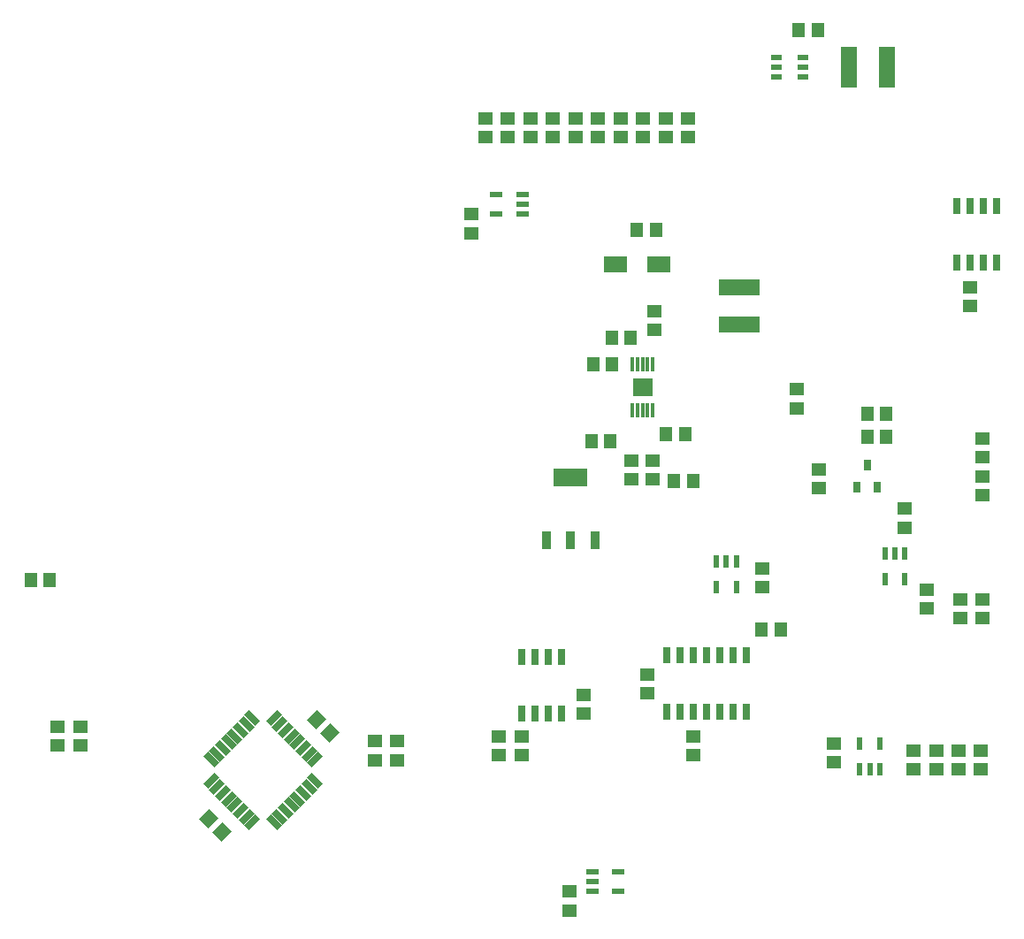
<source format=gtp>
G04*
G04 #@! TF.GenerationSoftware,Altium Limited,Altium Designer,23.1.1 (15)*
G04*
G04 Layer_Color=8421504*
%FSLAX44Y44*%
%MOMM*%
G71*
G04*
G04 #@! TF.SameCoordinates,CD971CD2-FFAA-4849-8B14-452EF0A1BBDF*
G04*
G04*
G04 #@! TF.FilePolarity,Positive*
G04*
G01*
G75*
%ADD17R,1.2000X0.6000*%
%ADD18R,1.4000X1.2000*%
%ADD19R,1.2000X1.4000*%
%ADD20R,0.6500X1.5000*%
G04:AMPARAMS|DCode=21|XSize=1.5mm|YSize=0.6mm|CornerRadius=0mm|HoleSize=0mm|Usage=FLASHONLY|Rotation=135.000|XOffset=0mm|YOffset=0mm|HoleType=Round|Shape=Rectangle|*
%AMROTATEDRECTD21*
4,1,4,0.7425,-0.3182,0.3182,-0.7425,-0.7425,0.3182,-0.3182,0.7425,0.7425,-0.3182,0.0*
%
%ADD21ROTATEDRECTD21*%

G04:AMPARAMS|DCode=22|XSize=1.5mm|YSize=0.6mm|CornerRadius=0mm|HoleSize=0mm|Usage=FLASHONLY|Rotation=45.000|XOffset=0mm|YOffset=0mm|HoleType=Round|Shape=Rectangle|*
%AMROTATEDRECTD22*
4,1,4,-0.3182,-0.7425,-0.7425,-0.3182,0.3182,0.7425,0.7425,0.3182,-0.3182,-0.7425,0.0*
%
%ADD22ROTATEDRECTD22*%

%ADD23R,0.6500X1.5250*%
G04:AMPARAMS|DCode=24|XSize=1.4mm|YSize=1.2mm|CornerRadius=0mm|HoleSize=0mm|Usage=FLASHONLY|Rotation=45.000|XOffset=0mm|YOffset=0mm|HoleType=Round|Shape=Rectangle|*
%AMROTATEDRECTD24*
4,1,4,-0.0707,-0.9192,-0.9192,-0.0707,0.0707,0.9192,0.9192,0.0707,-0.0707,-0.9192,0.0*
%
%ADD24ROTATEDRECTD24*%

%ADD25R,0.6000X1.2000*%
%ADD26R,0.6500X1.1000*%
%ADD27R,2.2000X1.5500*%
%ADD28R,0.3000X1.4250*%
%ADD29R,1.8800X1.6800*%
%ADD30R,4.0000X1.5000*%
%ADD31R,0.9000X1.8000*%
%ADD32R,3.2000X1.8000*%
%ADD33R,1.0500X0.5500*%
%ADD34R,1.5000X4.0000*%
D17*
X569500Y140500D02*
D03*
Y131000D02*
D03*
Y121500D02*
D03*
X594500D02*
D03*
Y140500D02*
D03*
X503000Y770000D02*
D03*
Y779500D02*
D03*
Y789000D02*
D03*
X478000D02*
D03*
Y770000D02*
D03*
D18*
X548000Y103500D02*
D03*
Y121500D02*
D03*
X79500Y279500D02*
D03*
Y261500D02*
D03*
X57500D02*
D03*
Y279500D02*
D03*
X666500Y252000D02*
D03*
Y270000D02*
D03*
X383000Y265500D02*
D03*
Y247500D02*
D03*
X361500Y265500D02*
D03*
Y247500D02*
D03*
X502000Y252000D02*
D03*
Y270000D02*
D03*
X480500Y270000D02*
D03*
Y252000D02*
D03*
X561500Y292000D02*
D03*
Y310000D02*
D03*
X622500Y311500D02*
D03*
Y329500D02*
D03*
X801000Y263500D02*
D03*
Y245500D02*
D03*
X877500Y256500D02*
D03*
Y238500D02*
D03*
X920500Y238500D02*
D03*
Y256500D02*
D03*
X942000Y256500D02*
D03*
Y238500D02*
D03*
X890250Y392460D02*
D03*
Y410460D02*
D03*
X732500Y431000D02*
D03*
Y413000D02*
D03*
X786230Y507660D02*
D03*
Y525660D02*
D03*
X869000Y470000D02*
D03*
Y488000D02*
D03*
X931500Y700500D02*
D03*
Y682500D02*
D03*
X942960Y383460D02*
D03*
Y401460D02*
D03*
X921960Y383460D02*
D03*
Y401460D02*
D03*
X942960Y555460D02*
D03*
Y537460D02*
D03*
X942960Y518960D02*
D03*
Y500960D02*
D03*
X765500Y602500D02*
D03*
Y584500D02*
D03*
X629160Y659520D02*
D03*
Y677520D02*
D03*
X627890Y534010D02*
D03*
Y516010D02*
D03*
X607570Y516010D02*
D03*
Y534010D02*
D03*
X453500Y752000D02*
D03*
Y770000D02*
D03*
X899000Y256500D02*
D03*
Y238500D02*
D03*
X467550Y843670D02*
D03*
Y861670D02*
D03*
X489030Y843670D02*
D03*
Y861670D02*
D03*
X510620Y843670D02*
D03*
Y861670D02*
D03*
X532210Y843670D02*
D03*
Y861670D02*
D03*
X553800Y843670D02*
D03*
Y861670D02*
D03*
X575390Y843670D02*
D03*
Y861670D02*
D03*
X596980Y843670D02*
D03*
Y861670D02*
D03*
X618570Y843670D02*
D03*
Y861670D02*
D03*
X640270Y843670D02*
D03*
Y861670D02*
D03*
X661750Y843670D02*
D03*
Y861670D02*
D03*
D19*
X32000Y420000D02*
D03*
X50000D02*
D03*
X750000Y372500D02*
D03*
X732000D02*
D03*
X833000Y557000D02*
D03*
X851000D02*
D03*
X833000Y579000D02*
D03*
X851000D02*
D03*
X612650Y754880D02*
D03*
X630650D02*
D03*
X587250Y552950D02*
D03*
X569250D02*
D03*
X640480Y559300D02*
D03*
X658480D02*
D03*
X648210Y514850D02*
D03*
X666210D02*
D03*
X588630Y626610D02*
D03*
X570630D02*
D03*
X606520Y652010D02*
D03*
X588520D02*
D03*
X767560Y946670D02*
D03*
X785560D02*
D03*
D20*
X641400Y348000D02*
D03*
X654100D02*
D03*
X666800D02*
D03*
X679500D02*
D03*
X692200D02*
D03*
X704900D02*
D03*
X717600D02*
D03*
Y294000D02*
D03*
X704900D02*
D03*
X692200D02*
D03*
X679500D02*
D03*
X666800D02*
D03*
X654100D02*
D03*
X641400D02*
D03*
D21*
X204649Y247753D02*
D03*
X210306Y253410D02*
D03*
X215963Y259067D02*
D03*
X221619Y264724D02*
D03*
X227276Y270380D02*
D03*
X232933Y276037D02*
D03*
X238590Y281694D02*
D03*
X244247Y287351D02*
D03*
X304351Y227247D02*
D03*
X298694Y221590D02*
D03*
X293037Y215933D02*
D03*
X287381Y210276D02*
D03*
X281724Y204620D02*
D03*
X276067Y198963D02*
D03*
X270410Y193306D02*
D03*
X264753Y187649D02*
D03*
D22*
Y287351D02*
D03*
X270410Y281694D02*
D03*
X276067Y276037D02*
D03*
X281724Y270380D02*
D03*
X287381Y264724D02*
D03*
X293037Y259067D02*
D03*
X298694Y253410D02*
D03*
X304351Y247753D02*
D03*
X244247Y187649D02*
D03*
X238590Y193306D02*
D03*
X232933Y198963D02*
D03*
X227276Y204620D02*
D03*
X221619Y210276D02*
D03*
X215963Y215933D02*
D03*
X210306Y221590D02*
D03*
X204649Y227247D02*
D03*
D23*
X540050Y346120D02*
D03*
X527350D02*
D03*
X514650D02*
D03*
X501950D02*
D03*
Y291880D02*
D03*
X514650D02*
D03*
X527350D02*
D03*
X540050D02*
D03*
X918950Y777620D02*
D03*
X931650D02*
D03*
X944350D02*
D03*
X957050D02*
D03*
Y723380D02*
D03*
X944350D02*
D03*
X931650D02*
D03*
X918950D02*
D03*
D24*
X318364Y273136D02*
D03*
X305636Y285864D02*
D03*
X202136Y190864D02*
D03*
X214864Y178136D02*
D03*
D25*
X825960Y238540D02*
D03*
X835460D02*
D03*
X844960D02*
D03*
Y263540D02*
D03*
X825960D02*
D03*
X869000Y445500D02*
D03*
X859500D02*
D03*
X850000D02*
D03*
Y420500D02*
D03*
X869000D02*
D03*
X707500Y413000D02*
D03*
X688500D02*
D03*
Y438000D02*
D03*
X698000D02*
D03*
X707500D02*
D03*
D26*
X833000Y529500D02*
D03*
X842600Y508500D02*
D03*
X823400D02*
D03*
D27*
X633150Y721860D02*
D03*
X592150D02*
D03*
D28*
X627810Y626400D02*
D03*
X622810D02*
D03*
X617810D02*
D03*
X612810D02*
D03*
X607810D02*
D03*
Y582160D02*
D03*
X612810D02*
D03*
X617810D02*
D03*
X622810D02*
D03*
X627810D02*
D03*
D29*
X617810Y604280D02*
D03*
D30*
X710440Y664490D02*
D03*
Y700490D02*
D03*
D31*
X526150Y458180D02*
D03*
X549150D02*
D03*
X572150D02*
D03*
D32*
X549150Y518180D02*
D03*
D33*
X745780Y920610D02*
D03*
Y911110D02*
D03*
Y901610D02*
D03*
X771780D02*
D03*
Y911110D02*
D03*
Y920610D02*
D03*
D34*
X851710Y911110D02*
D03*
X815710D02*
D03*
M02*

</source>
